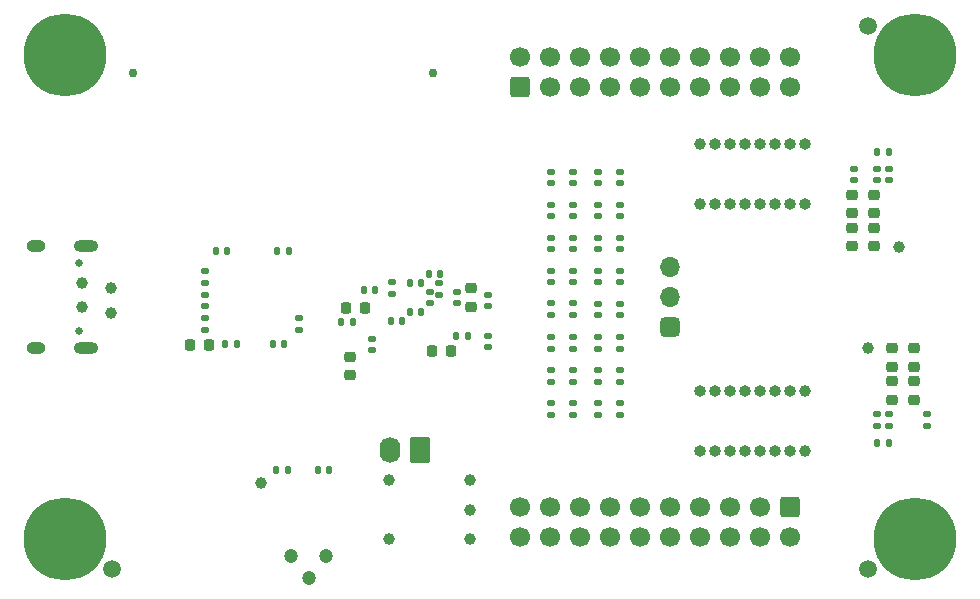
<source format=gbs>
G04 #@! TF.GenerationSoftware,KiCad,Pcbnew,7.0.7+dfsg-1*
G04 #@! TF.CreationDate,2023-10-06T03:56:53+00:00*
G04 #@! TF.ProjectId,glasgow,676c6173-676f-4772-9e6b-696361645f70,C3*
G04 #@! TF.SameCoordinates,Original*
G04 #@! TF.FileFunction,Soldermask,Bot*
G04 #@! TF.FilePolarity,Negative*
%FSLAX46Y46*%
G04 Gerber Fmt 4.6, Leading zero omitted, Abs format (unit mm)*
G04 Created by KiCad (PCBNEW 7.0.7+dfsg-1) date 2023-10-06 03:56:53*
%MOMM*%
%LPD*%
G01*
G04 APERTURE LIST*
G04 Aperture macros list*
%AMRoundRect*
0 Rectangle with rounded corners*
0 $1 Rounding radius*
0 $2 $3 $4 $5 $6 $7 $8 $9 X,Y pos of 4 corners*
0 Add a 4 corners polygon primitive as box body*
4,1,4,$2,$3,$4,$5,$6,$7,$8,$9,$2,$3,0*
0 Add four circle primitives for the rounded corners*
1,1,$1+$1,$2,$3*
1,1,$1+$1,$4,$5*
1,1,$1+$1,$6,$7*
1,1,$1+$1,$8,$9*
0 Add four rect primitives between the rounded corners*
20,1,$1+$1,$2,$3,$4,$5,0*
20,1,$1+$1,$4,$5,$6,$7,0*
20,1,$1+$1,$6,$7,$8,$9,0*
20,1,$1+$1,$8,$9,$2,$3,0*%
G04 Aperture macros list end*
%ADD10C,1.000000*%
%ADD11O,1.000000X1.000000*%
%ADD12RoundRect,0.425000X0.425000X0.425000X-0.425000X0.425000X-0.425000X-0.425000X0.425000X-0.425000X0*%
%ADD13O,1.700000X1.700000*%
%ADD14C,0.800000*%
%ADD15C,7.000000*%
%ADD16RoundRect,0.250000X0.600000X-0.600000X0.600000X0.600000X-0.600000X0.600000X-0.600000X-0.600000X0*%
%ADD17C,1.700000*%
%ADD18C,0.650000*%
%ADD19O,2.100000X1.000000*%
%ADD20O,1.600000X1.000000*%
%ADD21C,0.760000*%
%ADD22RoundRect,0.249999X0.620001X0.850001X-0.620001X0.850001X-0.620001X-0.850001X0.620001X-0.850001X0*%
%ADD23O,1.740000X2.200000*%
%ADD24RoundRect,0.250000X-0.600000X0.600000X-0.600000X-0.600000X0.600000X-0.600000X0.600000X0.600000X0*%
%ADD25C,1.200000*%
%ADD26C,1.500000*%
%ADD27RoundRect,0.147500X0.147500X0.172500X-0.147500X0.172500X-0.147500X-0.172500X0.147500X-0.172500X0*%
%ADD28RoundRect,0.147500X0.172500X-0.147500X0.172500X0.147500X-0.172500X0.147500X-0.172500X-0.147500X0*%
%ADD29RoundRect,0.147500X-0.172500X0.147500X-0.172500X-0.147500X0.172500X-0.147500X0.172500X0.147500X0*%
%ADD30RoundRect,0.147500X-0.147500X-0.172500X0.147500X-0.172500X0.147500X0.172500X-0.147500X0.172500X0*%
%ADD31RoundRect,0.218750X0.218750X0.256250X-0.218750X0.256250X-0.218750X-0.256250X0.218750X-0.256250X0*%
%ADD32RoundRect,0.218750X-0.218750X-0.256250X0.218750X-0.256250X0.218750X0.256250X-0.218750X0.256250X0*%
%ADD33RoundRect,0.218750X0.256250X-0.218750X0.256250X0.218750X-0.256250X0.218750X-0.256250X-0.218750X0*%
%ADD34RoundRect,0.218750X-0.256250X0.218750X-0.256250X-0.218750X0.256250X-0.218750X0.256250X0.218750X0*%
G04 APERTURE END LIST*
D10*
X107800000Y-87600000D03*
D11*
X109070000Y-87600000D03*
X110340000Y-87600000D03*
X111610000Y-87600000D03*
X112880000Y-87600000D03*
X114150000Y-87600000D03*
X115420000Y-87600000D03*
X116690000Y-87600000D03*
D10*
X116700000Y-108500000D03*
D11*
X115430000Y-108500000D03*
X114160000Y-108500000D03*
X112890000Y-108500000D03*
X111620000Y-108500000D03*
X110350000Y-108500000D03*
X109080000Y-108500000D03*
X107810000Y-108500000D03*
D10*
X116700000Y-103420000D03*
D11*
X115430000Y-103420000D03*
X114160000Y-103420000D03*
X112890000Y-103420000D03*
X111620000Y-103420000D03*
X110350000Y-103420000D03*
X109080000Y-103420000D03*
X107810000Y-103420000D03*
D12*
X105270000Y-98040000D03*
D13*
X105270000Y-95500000D03*
X105270000Y-92960000D03*
D14*
X51375000Y-116000000D03*
X52143845Y-114143845D03*
X52143845Y-117856155D03*
X54000000Y-113375000D03*
D15*
X54000000Y-116000000D03*
D14*
X54000000Y-118625000D03*
X55856155Y-114143845D03*
X55856155Y-117856155D03*
X56625000Y-116000000D03*
X51375000Y-75000000D03*
X52143845Y-73143845D03*
X52143845Y-76856155D03*
X54000000Y-72375000D03*
D15*
X54000000Y-75000000D03*
D14*
X54000000Y-77625000D03*
X55856155Y-73143845D03*
X55856155Y-76856155D03*
X56625000Y-75000000D03*
X123375000Y-116000000D03*
X124143845Y-114143845D03*
X124143845Y-117856155D03*
X126000000Y-113375000D03*
D15*
X126000000Y-116000000D03*
D14*
X126000000Y-118625000D03*
X127856155Y-114143845D03*
X127856155Y-117856155D03*
X128625000Y-116000000D03*
X123375000Y-75000000D03*
X124143845Y-73143845D03*
X124143845Y-76856155D03*
X126000000Y-72375000D03*
D15*
X126000000Y-75000000D03*
D14*
X126000000Y-77625000D03*
X127856155Y-73143845D03*
X127856155Y-76856155D03*
X128625000Y-75000000D03*
D10*
X107800000Y-82500000D03*
D11*
X109070000Y-82500000D03*
X110340000Y-82500000D03*
X111610000Y-82500000D03*
X112880000Y-82500000D03*
X114150000Y-82500000D03*
X115420000Y-82500000D03*
X116690000Y-82500000D03*
D16*
X92570000Y-77720000D03*
D17*
X92570000Y-75180000D03*
X95110000Y-77720000D03*
X95110000Y-75180000D03*
X97650000Y-77720000D03*
X97650000Y-75180000D03*
X100190000Y-77720000D03*
X100190000Y-75180000D03*
X102730000Y-77720000D03*
X102730000Y-75180000D03*
X105270000Y-77720000D03*
X105270000Y-75180000D03*
X107810000Y-77720000D03*
X107810000Y-75180000D03*
X110350000Y-77720000D03*
X110350000Y-75180000D03*
X112890000Y-77720000D03*
X112890000Y-75180000D03*
X115430000Y-77720000D03*
X115430000Y-75180000D03*
D18*
X55250000Y-92610000D03*
X55250000Y-98390000D03*
D19*
X55780000Y-91180000D03*
D20*
X51600000Y-91180000D03*
D19*
X55780000Y-99820000D03*
D20*
X51600000Y-99820000D03*
D21*
X59800000Y-76500000D03*
X85200000Y-76500000D03*
D22*
X84100000Y-108400000D03*
D23*
X81560000Y-108400000D03*
D24*
X115430000Y-113280000D03*
D17*
X115430000Y-115820000D03*
X112890000Y-113280000D03*
X112890000Y-115820000D03*
X110350000Y-113280000D03*
X110350000Y-115820000D03*
X107810000Y-113280000D03*
X107810000Y-115820000D03*
X105270000Y-113280000D03*
X105270000Y-115820000D03*
X102730000Y-113280000D03*
X102730000Y-115820000D03*
X100190000Y-113280000D03*
X100190000Y-115820000D03*
X97650000Y-113280000D03*
X97650000Y-115820000D03*
X95110000Y-113280000D03*
X95110000Y-115820000D03*
X92570000Y-113280000D03*
X92570000Y-115820000D03*
D25*
X76150000Y-117380000D03*
X73150000Y-117380000D03*
X74650000Y-119230000D03*
D26*
X58000000Y-118500000D03*
X122000000Y-72500000D03*
D27*
X84185000Y-96700000D03*
X83215000Y-96700000D03*
D28*
X84900000Y-95985000D03*
X84900000Y-95015000D03*
D29*
X99150000Y-93265000D03*
X99150000Y-94235000D03*
X101050000Y-84865000D03*
X101050000Y-85835000D03*
X101050000Y-93265000D03*
X101050000Y-94235000D03*
X97050000Y-96015000D03*
X97050000Y-96985000D03*
X97050000Y-90465000D03*
X97050000Y-91435000D03*
X99150000Y-96065000D03*
X99150000Y-97035000D03*
X99150000Y-98865000D03*
X99150000Y-99835000D03*
X99150000Y-101665000D03*
X99150000Y-102635000D03*
X99150000Y-104465000D03*
X99150000Y-105435000D03*
X101050000Y-96065000D03*
X101050000Y-97035000D03*
X101050000Y-98865000D03*
X101050000Y-99835000D03*
X101050000Y-101665000D03*
X101050000Y-102635000D03*
D30*
X81615000Y-97500000D03*
X82585000Y-97500000D03*
D27*
X84185000Y-94300000D03*
X83215000Y-94300000D03*
X80300000Y-94900000D03*
X79330000Y-94900000D03*
X78385000Y-97600000D03*
X77415000Y-97600000D03*
D31*
X79387500Y-96400000D03*
X77812500Y-96400000D03*
D30*
X84815000Y-93500000D03*
X85785000Y-93500000D03*
X66815000Y-91550000D03*
X67785000Y-91550000D03*
D27*
X72585000Y-99450000D03*
X71615000Y-99450000D03*
D29*
X65900000Y-93280000D03*
X65900000Y-94250000D03*
D30*
X67615000Y-99450000D03*
X68585000Y-99450000D03*
D27*
X72985000Y-91550000D03*
X72015000Y-91550000D03*
D32*
X64612500Y-99500000D03*
X66187500Y-99500000D03*
D29*
X65900000Y-97265000D03*
X65900000Y-98235000D03*
X65900000Y-95265000D03*
X65900000Y-96235000D03*
X73800000Y-97280000D03*
X73800000Y-98250000D03*
D28*
X80050000Y-99985000D03*
X80050000Y-99015000D03*
X89850000Y-96235000D03*
X89850000Y-95265000D03*
D29*
X97050000Y-84865000D03*
X97050000Y-85835000D03*
X95150000Y-84865000D03*
X95150000Y-85835000D03*
X95150000Y-96015000D03*
X95150000Y-96985000D03*
X97050000Y-98865000D03*
X97050000Y-99835000D03*
X95150000Y-98865000D03*
X95150000Y-99835000D03*
X95150000Y-101665000D03*
X95150000Y-102635000D03*
X97050000Y-101665000D03*
X97050000Y-102635000D03*
X95150000Y-104465000D03*
X95150000Y-105435000D03*
X97050000Y-104465000D03*
X97050000Y-105435000D03*
X95150000Y-87665000D03*
X95150000Y-88635000D03*
X95150000Y-93265000D03*
X95150000Y-94235000D03*
X95150000Y-90465000D03*
X95150000Y-91435000D03*
X81700000Y-94215000D03*
X81700000Y-95185000D03*
X99150000Y-84865000D03*
X99150000Y-85835000D03*
X99150000Y-87665000D03*
X99150000Y-88635000D03*
X99150000Y-90465000D03*
X99150000Y-91435000D03*
X97050000Y-93265000D03*
X97050000Y-94235000D03*
D26*
X122000000Y-118500000D03*
D32*
X85112500Y-100000000D03*
X86687500Y-100000000D03*
D10*
X88300000Y-111000000D03*
X88300000Y-113500000D03*
X88300000Y-116000000D03*
X81500000Y-116000000D03*
X81500000Y-111000000D03*
X55500000Y-94250000D03*
X57900000Y-96800000D03*
X57900000Y-94700000D03*
X55500000Y-96300000D03*
D33*
X88400000Y-96287500D03*
X88400000Y-94712500D03*
D29*
X89800000Y-98765000D03*
X89800000Y-99735000D03*
D28*
X85700000Y-95285000D03*
X85700000Y-94315000D03*
X87200000Y-95985000D03*
X87200000Y-95015000D03*
D10*
X70650000Y-111200000D03*
D34*
X124050000Y-102612500D03*
X124050000Y-104187500D03*
D33*
X122550000Y-88387500D03*
X122550000Y-86812500D03*
D10*
X122000000Y-99800000D03*
X124600000Y-91200000D03*
D29*
X101050000Y-104465000D03*
X101050000Y-105435000D03*
X101050000Y-90465000D03*
X101050000Y-91435000D03*
X97050000Y-87665000D03*
X97050000Y-88635000D03*
X101050000Y-87665000D03*
X101050000Y-88635000D03*
D27*
X123785000Y-107800000D03*
X122815000Y-107800000D03*
D30*
X122815000Y-83200000D03*
X123785000Y-83200000D03*
D29*
X123800000Y-105415000D03*
X123800000Y-106385000D03*
D28*
X122800000Y-85585000D03*
X122800000Y-84615000D03*
D34*
X125950000Y-99812500D03*
X125950000Y-101387500D03*
X124050000Y-99812500D03*
X124050000Y-101387500D03*
D33*
X120650000Y-91187500D03*
X120650000Y-89612500D03*
X122550000Y-91187500D03*
X122550000Y-89612500D03*
D30*
X75415000Y-110100000D03*
X76385000Y-110100000D03*
X71915000Y-110100000D03*
X72885000Y-110100000D03*
X87165000Y-98800000D03*
X88135000Y-98800000D03*
D34*
X78150000Y-100537500D03*
X78150000Y-102112500D03*
D29*
X122800000Y-105415000D03*
X122800000Y-106385000D03*
D28*
X123800000Y-85585000D03*
X123800000Y-84615000D03*
X127000000Y-106385000D03*
X127000000Y-105415000D03*
D29*
X120800000Y-84615000D03*
X120800000Y-85585000D03*
D34*
X125950000Y-102612500D03*
X125950000Y-104187500D03*
D33*
X120650000Y-88387500D03*
X120650000Y-86812500D03*
M02*

</source>
